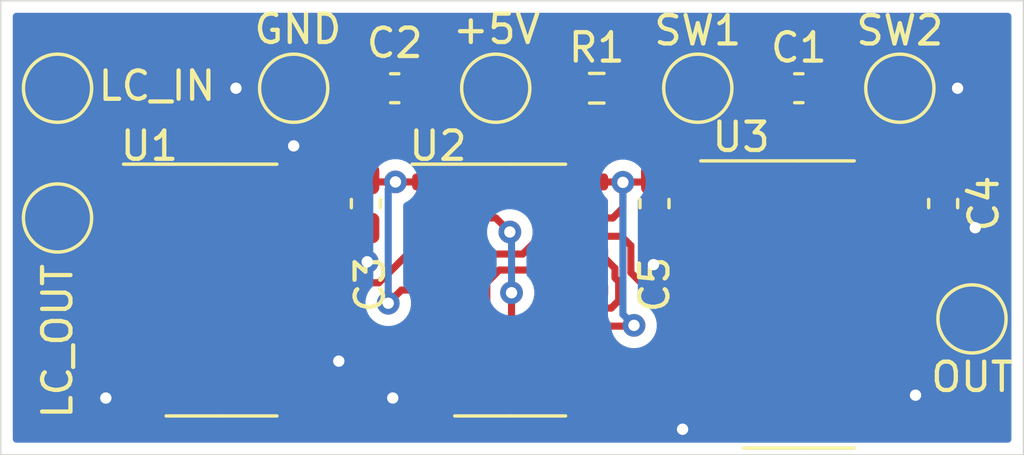
<source format=kicad_pcb>
(kicad_pcb (version 20171130) (host pcbnew "(5.1.7)-1")

  (general
    (thickness 1.6)
    (drawings 4)
    (tracks 177)
    (zones 0)
    (modules 16)
    (nets 19)
  )

  (page A4)
  (layers
    (0 F.Cu signal)
    (31 B.Cu signal)
    (32 B.Adhes user)
    (33 F.Adhes user)
    (34 B.Paste user)
    (35 F.Paste user)
    (36 B.SilkS user)
    (37 F.SilkS user)
    (38 B.Mask user)
    (39 F.Mask user)
    (40 Dwgs.User user)
    (41 Cmts.User user)
    (42 Eco1.User user)
    (43 Eco2.User user)
    (44 Edge.Cuts user)
    (45 Margin user)
    (46 B.CrtYd user)
    (47 F.CrtYd user)
    (48 B.Fab user hide)
    (49 F.Fab user hide)
  )

  (setup
    (last_trace_width 0.25)
    (trace_clearance 0.2)
    (zone_clearance 0.4)
    (zone_45_only no)
    (trace_min 0.2)
    (via_size 0.8)
    (via_drill 0.4)
    (via_min_size 0.4)
    (via_min_drill 0.3)
    (uvia_size 0.3)
    (uvia_drill 0.1)
    (uvias_allowed no)
    (uvia_min_size 0.2)
    (uvia_min_drill 0.1)
    (edge_width 0.05)
    (segment_width 0.2)
    (pcb_text_width 0.3)
    (pcb_text_size 1.5 1.5)
    (mod_edge_width 0.12)
    (mod_text_size 1 1)
    (mod_text_width 0.15)
    (pad_size 1.524 1.524)
    (pad_drill 0.762)
    (pad_to_mask_clearance 0)
    (aux_axis_origin 0 0)
    (visible_elements 7FFFFFFF)
    (pcbplotparams
      (layerselection 0x010fc_ffffffff)
      (usegerberextensions false)
      (usegerberattributes true)
      (usegerberadvancedattributes true)
      (creategerberjobfile true)
      (excludeedgelayer true)
      (linewidth 0.100000)
      (plotframeref false)
      (viasonmask false)
      (mode 1)
      (useauxorigin false)
      (hpglpennumber 1)
      (hpglpenspeed 20)
      (hpglpendiameter 15.000000)
      (psnegative false)
      (psa4output false)
      (plotreference true)
      (plotvalue true)
      (plotinvisibletext false)
      (padsonsilk false)
      (subtractmaskfromsilk false)
      (outputformat 1)
      (mirror false)
      (drillshape 1)
      (scaleselection 1)
      (outputdirectory ""))
  )

  (net 0 "")
  (net 1 GND)
  (net 2 "Net-(C1-Pad1)")
  (net 3 +5V)
  (net 4 "Net-(TP1-Pad1)")
  (net 5 "Net-(TP2-Pad1)")
  (net 6 "Net-(TP3-Pad1)")
  (net 7 "Net-(U1-Pad12)")
  (net 8 "Net-(U1-Pad10)")
  (net 9 "Net-(U1-Pad8)")
  (net 10 "Net-(U1-Pad6)")
  (net 11 "Net-(U1-Pad4)")
  (net 12 "Net-(U2-Pad12)")
  (net 13 "Net-(U2-Pad11)")
  (net 14 "Net-(U2-Pad9)")
  (net 15 "Net-(U2-Pad2)")
  (net 16 "Net-(U3-Pad12)")
  (net 17 "Net-(U3-Pad9)")
  (net 18 "Net-(U3-Pad7)")

  (net_class Default "This is the default net class."
    (clearance 0.2)
    (trace_width 0.25)
    (via_dia 0.8)
    (via_drill 0.4)
    (uvia_dia 0.3)
    (uvia_drill 0.1)
    (add_net +5V)
    (add_net GND)
    (add_net "Net-(C1-Pad1)")
    (add_net "Net-(TP1-Pad1)")
    (add_net "Net-(TP2-Pad1)")
    (add_net "Net-(TP3-Pad1)")
    (add_net "Net-(U1-Pad10)")
    (add_net "Net-(U1-Pad12)")
    (add_net "Net-(U1-Pad4)")
    (add_net "Net-(U1-Pad6)")
    (add_net "Net-(U1-Pad8)")
    (add_net "Net-(U2-Pad11)")
    (add_net "Net-(U2-Pad12)")
    (add_net "Net-(U2-Pad2)")
    (add_net "Net-(U2-Pad9)")
    (add_net "Net-(U3-Pad12)")
    (add_net "Net-(U3-Pad7)")
    (add_net "Net-(U3-Pad9)")
  )

  (module Capacitor_SMD:C_0603_1608Metric_Pad1.08x0.95mm_HandSolder (layer F.Cu) (tedit 5F68FEEF) (tstamp 604A7D1C)
    (at 96.012 104.648 270)
    (descr "Capacitor SMD 0603 (1608 Metric), square (rectangular) end terminal, IPC_7351 nominal with elongated pad for handsoldering. (Body size source: IPC-SM-782 page 76, https://www.pcb-3d.com/wordpress/wp-content/uploads/ipc-sm-782a_amendment_1_and_2.pdf), generated with kicad-footprint-generator")
    (tags "capacitor handsolder")
    (path /60582340)
    (attr smd)
    (fp_text reference C5 (at 2.852 0 90) (layer F.SilkS)
      (effects (font (size 1 1) (thickness 0.15)))
    )
    (fp_text value 100n (at 0 1.43 90) (layer F.Fab)
      (effects (font (size 1 1) (thickness 0.15)))
    )
    (fp_line (start 1.65 0.73) (end -1.65 0.73) (layer F.CrtYd) (width 0.05))
    (fp_line (start 1.65 -0.73) (end 1.65 0.73) (layer F.CrtYd) (width 0.05))
    (fp_line (start -1.65 -0.73) (end 1.65 -0.73) (layer F.CrtYd) (width 0.05))
    (fp_line (start -1.65 0.73) (end -1.65 -0.73) (layer F.CrtYd) (width 0.05))
    (fp_line (start -0.146267 0.51) (end 0.146267 0.51) (layer F.SilkS) (width 0.12))
    (fp_line (start -0.146267 -0.51) (end 0.146267 -0.51) (layer F.SilkS) (width 0.12))
    (fp_line (start 0.8 0.4) (end -0.8 0.4) (layer F.Fab) (width 0.1))
    (fp_line (start 0.8 -0.4) (end 0.8 0.4) (layer F.Fab) (width 0.1))
    (fp_line (start -0.8 -0.4) (end 0.8 -0.4) (layer F.Fab) (width 0.1))
    (fp_line (start -0.8 0.4) (end -0.8 -0.4) (layer F.Fab) (width 0.1))
    (fp_text user %R (at 0 0 90) (layer F.Fab)
      (effects (font (size 0.4 0.4) (thickness 0.06)))
    )
    (pad 2 smd roundrect (at 0.8625 0 270) (size 1.075 0.95) (layers F.Cu F.Paste F.Mask) (roundrect_rratio 0.25)
      (net 1 GND))
    (pad 1 smd roundrect (at -0.8625 0 270) (size 1.075 0.95) (layers F.Cu F.Paste F.Mask) (roundrect_rratio 0.25)
      (net 3 +5V))
    (model ${KISYS3DMOD}/Capacitor_SMD.3dshapes/C_0603_1608Metric.wrl
      (at (xyz 0 0 0))
      (scale (xyz 1 1 1))
      (rotate (xyz 0 0 0))
    )
  )

  (module Package_SO:SOIC-16_3.9x9.9mm_P1.27mm (layer F.Cu) (tedit 5D9F72B1) (tstamp 604A76ED)
    (at 101.092 108.204)
    (descr "SOIC, 16 Pin (JEDEC MS-012AC, https://www.analog.com/media/en/package-pcb-resources/package/pkg_pdf/soic_narrow-r/r_16.pdf), generated with kicad-footprint-generator ipc_gullwing_generator.py")
    (tags "SOIC SO")
    (path /604C572D)
    (attr smd)
    (fp_text reference U3 (at -2.032 -5.9) (layer F.SilkS)
      (effects (font (size 1 1) (thickness 0.15)))
    )
    (fp_text value 74LS157 (at 0 5.9) (layer F.Fab)
      (effects (font (size 1 1) (thickness 0.15)))
    )
    (fp_line (start 3.7 -5.2) (end -3.7 -5.2) (layer F.CrtYd) (width 0.05))
    (fp_line (start 3.7 5.2) (end 3.7 -5.2) (layer F.CrtYd) (width 0.05))
    (fp_line (start -3.7 5.2) (end 3.7 5.2) (layer F.CrtYd) (width 0.05))
    (fp_line (start -3.7 -5.2) (end -3.7 5.2) (layer F.CrtYd) (width 0.05))
    (fp_line (start -1.95 -3.975) (end -0.975 -4.95) (layer F.Fab) (width 0.1))
    (fp_line (start -1.95 4.95) (end -1.95 -3.975) (layer F.Fab) (width 0.1))
    (fp_line (start 1.95 4.95) (end -1.95 4.95) (layer F.Fab) (width 0.1))
    (fp_line (start 1.95 -4.95) (end 1.95 4.95) (layer F.Fab) (width 0.1))
    (fp_line (start -0.975 -4.95) (end 1.95 -4.95) (layer F.Fab) (width 0.1))
    (fp_line (start 0 -5.06) (end -3.45 -5.06) (layer F.SilkS) (width 0.12))
    (fp_line (start 0 -5.06) (end 1.95 -5.06) (layer F.SilkS) (width 0.12))
    (fp_line (start 0 5.06) (end -1.95 5.06) (layer F.SilkS) (width 0.12))
    (fp_line (start 0 5.06) (end 1.95 5.06) (layer F.SilkS) (width 0.12))
    (fp_text user %R (at 0 0) (layer F.Fab)
      (effects (font (size 0.98 0.98) (thickness 0.15)))
    )
    (pad 16 smd roundrect (at 2.475 -4.445) (size 1.95 0.6) (layers F.Cu F.Paste F.Mask) (roundrect_rratio 0.25)
      (net 3 +5V))
    (pad 15 smd roundrect (at 2.475 -3.175) (size 1.95 0.6) (layers F.Cu F.Paste F.Mask) (roundrect_rratio 0.25)
      (net 1 GND))
    (pad 14 smd roundrect (at 2.475 -1.905) (size 1.95 0.6) (layers F.Cu F.Paste F.Mask) (roundrect_rratio 0.25)
      (net 1 GND))
    (pad 13 smd roundrect (at 2.475 -0.635) (size 1.95 0.6) (layers F.Cu F.Paste F.Mask) (roundrect_rratio 0.25)
      (net 1 GND))
    (pad 12 smd roundrect (at 2.475 0.635) (size 1.95 0.6) (layers F.Cu F.Paste F.Mask) (roundrect_rratio 0.25)
      (net 16 "Net-(U3-Pad12)"))
    (pad 11 smd roundrect (at 2.475 1.905) (size 1.95 0.6) (layers F.Cu F.Paste F.Mask) (roundrect_rratio 0.25)
      (net 1 GND))
    (pad 10 smd roundrect (at 2.475 3.175) (size 1.95 0.6) (layers F.Cu F.Paste F.Mask) (roundrect_rratio 0.25)
      (net 1 GND))
    (pad 9 smd roundrect (at 2.475 4.445) (size 1.95 0.6) (layers F.Cu F.Paste F.Mask) (roundrect_rratio 0.25)
      (net 17 "Net-(U3-Pad9)"))
    (pad 8 smd roundrect (at -2.475 4.445) (size 1.95 0.6) (layers F.Cu F.Paste F.Mask) (roundrect_rratio 0.25)
      (net 1 GND))
    (pad 7 smd roundrect (at -2.475 3.175) (size 1.95 0.6) (layers F.Cu F.Paste F.Mask) (roundrect_rratio 0.25)
      (net 18 "Net-(U3-Pad7)"))
    (pad 6 smd roundrect (at -2.475 1.905) (size 1.95 0.6) (layers F.Cu F.Paste F.Mask) (roundrect_rratio 0.25)
      (net 1 GND))
    (pad 5 smd roundrect (at -2.475 0.635) (size 1.95 0.6) (layers F.Cu F.Paste F.Mask) (roundrect_rratio 0.25)
      (net 1 GND))
    (pad 4 smd roundrect (at -2.475 -0.635) (size 1.95 0.6) (layers F.Cu F.Paste F.Mask) (roundrect_rratio 0.25)
      (net 4 "Net-(TP1-Pad1)"))
    (pad 3 smd roundrect (at -2.475 -1.905) (size 1.95 0.6) (layers F.Cu F.Paste F.Mask) (roundrect_rratio 0.25)
      (net 14 "Net-(U2-Pad9)"))
    (pad 2 smd roundrect (at -2.475 -3.175) (size 1.95 0.6) (layers F.Cu F.Paste F.Mask) (roundrect_rratio 0.25)
      (net 6 "Net-(TP3-Pad1)"))
    (pad 1 smd roundrect (at -2.475 -4.445) (size 1.95 0.6) (layers F.Cu F.Paste F.Mask) (roundrect_rratio 0.25)
      (net 2 "Net-(C1-Pad1)"))
    (model ${KISYS3DMOD}/Package_SO.3dshapes/SOIC-16_3.9x9.9mm_P1.27mm.wrl
      (at (xyz 0 0 0))
      (scale (xyz 1 1 1))
      (rotate (xyz 0 0 0))
    )
  )

  (module Package_SO:SO-14_3.9x8.65mm_P1.27mm (layer F.Cu) (tedit 5F427CE7) (tstamp 604A76CB)
    (at 90.932 107.696)
    (descr "SO, 14 Pin (https://www.st.com/resource/en/datasheet/l6491.pdf), generated with kicad-footprint-generator ipc_gullwing_generator.py")
    (tags "SO SO")
    (path /604AFD10)
    (attr smd)
    (fp_text reference U2 (at -2.54 -5.08) (layer F.SilkS)
      (effects (font (size 1 1) (thickness 0.15)))
    )
    (fp_text value 74HC74 (at 0 5.28) (layer F.Fab)
      (effects (font (size 1 1) (thickness 0.15)))
    )
    (fp_line (start 3.7 -4.58) (end -3.7 -4.58) (layer F.CrtYd) (width 0.05))
    (fp_line (start 3.7 4.58) (end 3.7 -4.58) (layer F.CrtYd) (width 0.05))
    (fp_line (start -3.7 4.58) (end 3.7 4.58) (layer F.CrtYd) (width 0.05))
    (fp_line (start -3.7 -4.58) (end -3.7 4.58) (layer F.CrtYd) (width 0.05))
    (fp_line (start -1.95 -3.35) (end -0.975 -4.325) (layer F.Fab) (width 0.1))
    (fp_line (start -1.95 4.325) (end -1.95 -3.35) (layer F.Fab) (width 0.1))
    (fp_line (start 1.95 4.325) (end -1.95 4.325) (layer F.Fab) (width 0.1))
    (fp_line (start 1.95 -4.325) (end 1.95 4.325) (layer F.Fab) (width 0.1))
    (fp_line (start -0.975 -4.325) (end 1.95 -4.325) (layer F.Fab) (width 0.1))
    (fp_line (start 0 -4.435) (end -3.45 -4.435) (layer F.SilkS) (width 0.12))
    (fp_line (start 0 -4.435) (end 1.95 -4.435) (layer F.SilkS) (width 0.12))
    (fp_line (start 0 4.435) (end -1.95 4.435) (layer F.SilkS) (width 0.12))
    (fp_line (start 0 4.435) (end 1.95 4.435) (layer F.SilkS) (width 0.12))
    (fp_text user %R (at 0 0) (layer F.Fab)
      (effects (font (size 0.98 0.98) (thickness 0.15)))
    )
    (pad 14 smd roundrect (at 2.475 -3.81) (size 1.95 0.6) (layers F.Cu F.Paste F.Mask) (roundrect_rratio 0.25)
      (net 3 +5V))
    (pad 13 smd roundrect (at 2.475 -2.54) (size 1.95 0.6) (layers F.Cu F.Paste F.Mask) (roundrect_rratio 0.25)
      (net 3 +5V))
    (pad 12 smd roundrect (at 2.475 -1.27) (size 1.95 0.6) (layers F.Cu F.Paste F.Mask) (roundrect_rratio 0.25)
      (net 12 "Net-(U2-Pad12)"))
    (pad 11 smd roundrect (at 2.475 0) (size 1.95 0.6) (layers F.Cu F.Paste F.Mask) (roundrect_rratio 0.25)
      (net 13 "Net-(U2-Pad11)"))
    (pad 10 smd roundrect (at 2.475 1.27) (size 1.95 0.6) (layers F.Cu F.Paste F.Mask) (roundrect_rratio 0.25)
      (net 3 +5V))
    (pad 9 smd roundrect (at 2.475 2.54) (size 1.95 0.6) (layers F.Cu F.Paste F.Mask) (roundrect_rratio 0.25)
      (net 14 "Net-(U2-Pad9)"))
    (pad 8 smd roundrect (at 2.475 3.81) (size 1.95 0.6) (layers F.Cu F.Paste F.Mask) (roundrect_rratio 0.25)
      (net 12 "Net-(U2-Pad12)"))
    (pad 7 smd roundrect (at -2.475 3.81) (size 1.95 0.6) (layers F.Cu F.Paste F.Mask) (roundrect_rratio 0.25)
      (net 1 GND))
    (pad 6 smd roundrect (at -2.475 2.54) (size 1.95 0.6) (layers F.Cu F.Paste F.Mask) (roundrect_rratio 0.25)
      (net 15 "Net-(U2-Pad2)"))
    (pad 5 smd roundrect (at -2.475 1.27) (size 1.95 0.6) (layers F.Cu F.Paste F.Mask) (roundrect_rratio 0.25)
      (net 13 "Net-(U2-Pad11)"))
    (pad 4 smd roundrect (at -2.475 0) (size 1.95 0.6) (layers F.Cu F.Paste F.Mask) (roundrect_rratio 0.25)
      (net 3 +5V))
    (pad 3 smd roundrect (at -2.475 -1.27) (size 1.95 0.6) (layers F.Cu F.Paste F.Mask) (roundrect_rratio 0.25)
      (net 6 "Net-(TP3-Pad1)"))
    (pad 2 smd roundrect (at -2.475 -2.54) (size 1.95 0.6) (layers F.Cu F.Paste F.Mask) (roundrect_rratio 0.25)
      (net 15 "Net-(U2-Pad2)"))
    (pad 1 smd roundrect (at -2.475 -3.81) (size 1.95 0.6) (layers F.Cu F.Paste F.Mask) (roundrect_rratio 0.25)
      (net 3 +5V))
    (model ${KISYS3DMOD}/Package_SO.3dshapes/SOIC-14_3.9x8.7mm_P1.27mm.wrl
      (at (xyz 0 0 0))
      (scale (xyz 1 1 1))
      (rotate (xyz 0 0 0))
    )
  )

  (module Package_SO:SO-14_3.9x8.65mm_P1.27mm (layer F.Cu) (tedit 5F427CE7) (tstamp 604A782D)
    (at 80.772 107.696)
    (descr "SO, 14 Pin (https://www.st.com/resource/en/datasheet/l6491.pdf), generated with kicad-footprint-generator ipc_gullwing_generator.py")
    (tags "SO SO")
    (path /604A98CC)
    (attr smd)
    (fp_text reference U1 (at -2.54 -5.08) (layer F.SilkS)
      (effects (font (size 1 1) (thickness 0.15)))
    )
    (fp_text value 4069 (at 0 5.28) (layer F.Fab)
      (effects (font (size 1 1) (thickness 0.15)))
    )
    (fp_line (start 3.7 -4.58) (end -3.7 -4.58) (layer F.CrtYd) (width 0.05))
    (fp_line (start 3.7 4.58) (end 3.7 -4.58) (layer F.CrtYd) (width 0.05))
    (fp_line (start -3.7 4.58) (end 3.7 4.58) (layer F.CrtYd) (width 0.05))
    (fp_line (start -3.7 -4.58) (end -3.7 4.58) (layer F.CrtYd) (width 0.05))
    (fp_line (start -1.95 -3.35) (end -0.975 -4.325) (layer F.Fab) (width 0.1))
    (fp_line (start -1.95 4.325) (end -1.95 -3.35) (layer F.Fab) (width 0.1))
    (fp_line (start 1.95 4.325) (end -1.95 4.325) (layer F.Fab) (width 0.1))
    (fp_line (start 1.95 -4.325) (end 1.95 4.325) (layer F.Fab) (width 0.1))
    (fp_line (start -0.975 -4.325) (end 1.95 -4.325) (layer F.Fab) (width 0.1))
    (fp_line (start 0 -4.435) (end -3.45 -4.435) (layer F.SilkS) (width 0.12))
    (fp_line (start 0 -4.435) (end 1.95 -4.435) (layer F.SilkS) (width 0.12))
    (fp_line (start 0 4.435) (end -1.95 4.435) (layer F.SilkS) (width 0.12))
    (fp_line (start 0 4.435) (end 1.95 4.435) (layer F.SilkS) (width 0.12))
    (fp_text user %R (at 0 0) (layer F.Fab)
      (effects (font (size 0.98 0.98) (thickness 0.15)))
    )
    (pad 14 smd roundrect (at 2.475 -3.81) (size 1.95 0.6) (layers F.Cu F.Paste F.Mask) (roundrect_rratio 0.25)
      (net 3 +5V))
    (pad 13 smd roundrect (at 2.475 -2.54) (size 1.95 0.6) (layers F.Cu F.Paste F.Mask) (roundrect_rratio 0.25)
      (net 1 GND))
    (pad 12 smd roundrect (at 2.475 -1.27) (size 1.95 0.6) (layers F.Cu F.Paste F.Mask) (roundrect_rratio 0.25)
      (net 7 "Net-(U1-Pad12)"))
    (pad 11 smd roundrect (at 2.475 0) (size 1.95 0.6) (layers F.Cu F.Paste F.Mask) (roundrect_rratio 0.25)
      (net 1 GND))
    (pad 10 smd roundrect (at 2.475 1.27) (size 1.95 0.6) (layers F.Cu F.Paste F.Mask) (roundrect_rratio 0.25)
      (net 8 "Net-(U1-Pad10)"))
    (pad 9 smd roundrect (at 2.475 2.54) (size 1.95 0.6) (layers F.Cu F.Paste F.Mask) (roundrect_rratio 0.25)
      (net 1 GND))
    (pad 8 smd roundrect (at 2.475 3.81) (size 1.95 0.6) (layers F.Cu F.Paste F.Mask) (roundrect_rratio 0.25)
      (net 9 "Net-(U1-Pad8)"))
    (pad 7 smd roundrect (at -2.475 3.81) (size 1.95 0.6) (layers F.Cu F.Paste F.Mask) (roundrect_rratio 0.25)
      (net 1 GND))
    (pad 6 smd roundrect (at -2.475 2.54) (size 1.95 0.6) (layers F.Cu F.Paste F.Mask) (roundrect_rratio 0.25)
      (net 10 "Net-(U1-Pad6)"))
    (pad 5 smd roundrect (at -2.475 1.27) (size 1.95 0.6) (layers F.Cu F.Paste F.Mask) (roundrect_rratio 0.25)
      (net 1 GND))
    (pad 4 smd roundrect (at -2.475 0) (size 1.95 0.6) (layers F.Cu F.Paste F.Mask) (roundrect_rratio 0.25)
      (net 11 "Net-(U1-Pad4)"))
    (pad 3 smd roundrect (at -2.475 -1.27) (size 1.95 0.6) (layers F.Cu F.Paste F.Mask) (roundrect_rratio 0.25)
      (net 1 GND))
    (pad 2 smd roundrect (at -2.475 -2.54) (size 1.95 0.6) (layers F.Cu F.Paste F.Mask) (roundrect_rratio 0.25)
      (net 6 "Net-(TP3-Pad1)"))
    (pad 1 smd roundrect (at -2.475 -3.81) (size 1.95 0.6) (layers F.Cu F.Paste F.Mask) (roundrect_rratio 0.25)
      (net 5 "Net-(TP2-Pad1)"))
    (model ${KISYS3DMOD}/Package_SO.3dshapes/SOIC-14_3.9x8.7mm_P1.27mm.wrl
      (at (xyz 0 0 0))
      (scale (xyz 1 1 1))
      (rotate (xyz 0 0 0))
    )
  )

  (module TestPoint:TestPoint_Pad_D2.0mm (layer F.Cu) (tedit 5A0F774F) (tstamp 604A8447)
    (at 83.312 100.584 270)
    (descr "SMD pad as test Point, diameter 2.0mm")
    (tags "test point SMD pad")
    (path /605294ED)
    (attr virtual)
    (fp_text reference TP7 (at 0 -1.998 90) (layer F.SilkS) hide
      (effects (font (size 1 1) (thickness 0.15)))
    )
    (fp_text value GND (at -2.084 -0.148) (layer F.SilkS)
      (effects (font (size 1 1) (thickness 0.15)))
    )
    (fp_circle (center 0 0) (end 0 1.2) (layer F.SilkS) (width 0.12))
    (fp_circle (center 0 0) (end 1.5 0) (layer F.CrtYd) (width 0.05))
    (fp_text user %R (at 0 -2 90) (layer F.Fab)
      (effects (font (size 1 1) (thickness 0.15)))
    )
    (pad 1 smd circle (at 0 0 270) (size 2 2) (layers F.Cu F.Mask)
      (net 1 GND))
  )

  (module TestPoint:TestPoint_Pad_D2.0mm (layer F.Cu) (tedit 5A0F774F) (tstamp 604A8305)
    (at 90.424 100.584 270)
    (descr "SMD pad as test Point, diameter 2.0mm")
    (tags "test point SMD pad")
    (path /605294E7)
    (attr virtual)
    (fp_text reference TP6 (at 0 -1.998 90) (layer F.SilkS) hide
      (effects (font (size 1 1) (thickness 0.15)))
    )
    (fp_text value +5V (at -2.084 -0.028) (layer F.SilkS)
      (effects (font (size 1 1) (thickness 0.15)))
    )
    (fp_circle (center 0 0) (end 0 1.2) (layer F.SilkS) (width 0.12))
    (fp_circle (center 0 0) (end 1.5 0) (layer F.CrtYd) (width 0.05))
    (fp_text user %R (at 0 -2 90) (layer F.Fab)
      (effects (font (size 1 1) (thickness 0.15)))
    )
    (pad 1 smd circle (at 0 0 270) (size 2 2) (layers F.Cu F.Mask)
      (net 3 +5V))
  )

  (module TestPoint:TestPoint_Pad_D2.0mm (layer F.Cu) (tedit 5A0F774F) (tstamp 604A767B)
    (at 104.648 100.584)
    (descr "SMD pad as test Point, diameter 2.0mm")
    (tags "test point SMD pad")
    (path /60501DB9)
    (attr virtual)
    (fp_text reference TP5 (at 0 -1.998) (layer F.SilkS) hide
      (effects (font (size 1 1) (thickness 0.15)))
    )
    (fp_text value SW2 (at 0 -2.032) (layer F.SilkS)
      (effects (font (size 1 1) (thickness 0.15)))
    )
    (fp_circle (center 0 0) (end 0 1.2) (layer F.SilkS) (width 0.12))
    (fp_circle (center 0 0) (end 1.5 0) (layer F.CrtYd) (width 0.05))
    (fp_text user %R (at 0 -2) (layer F.Fab)
      (effects (font (size 1 1) (thickness 0.15)))
    )
    (pad 1 smd circle (at 0 0) (size 2 2) (layers F.Cu F.Mask)
      (net 1 GND))
  )

  (module TestPoint:TestPoint_Pad_D2.0mm (layer F.Cu) (tedit 5A0F774F) (tstamp 604A9AC2)
    (at 97.536 100.584)
    (descr "SMD pad as test Point, diameter 2.0mm")
    (tags "test point SMD pad")
    (path /605011B0)
    (attr virtual)
    (fp_text reference TP4 (at 0 -1.998) (layer F.SilkS) hide
      (effects (font (size 1 1) (thickness 0.15)))
    )
    (fp_text value SW1 (at 0 -2.032) (layer F.SilkS)
      (effects (font (size 1 1) (thickness 0.15)))
    )
    (fp_circle (center 0 0) (end 0 1.2) (layer F.SilkS) (width 0.12))
    (fp_circle (center 0 0) (end 1.5 0) (layer F.CrtYd) (width 0.05))
    (fp_text user %R (at 0 -2) (layer F.Fab)
      (effects (font (size 1 1) (thickness 0.15)))
    )
    (pad 1 smd circle (at 0 0) (size 2 2) (layers F.Cu F.Mask)
      (net 2 "Net-(C1-Pad1)"))
  )

  (module TestPoint:TestPoint_Pad_D2.0mm (layer F.Cu) (tedit 5A0F774F) (tstamp 604A766B)
    (at 75 105.156)
    (descr "SMD pad as test Point, diameter 2.0mm")
    (tags "test point SMD pad")
    (path /604F519C)
    (attr virtual)
    (fp_text reference TP3 (at 0 -1.998) (layer F.SilkS) hide
      (effects (font (size 1 1) (thickness 0.15)))
    )
    (fp_text value LC_OUT (at 0 4.344 90) (layer F.SilkS)
      (effects (font (size 1 1) (thickness 0.15)))
    )
    (fp_circle (center 0 0) (end 0 1.2) (layer F.SilkS) (width 0.12))
    (fp_circle (center 0 0) (end 1.5 0) (layer F.CrtYd) (width 0.05))
    (fp_text user %R (at 0 -2) (layer F.Fab)
      (effects (font (size 1 1) (thickness 0.15)))
    )
    (pad 1 smd circle (at 0 0) (size 2 2) (layers F.Cu F.Mask)
      (net 6 "Net-(TP3-Pad1)"))
  )

  (module TestPoint:TestPoint_Pad_D2.0mm (layer F.Cu) (tedit 5A0F774F) (tstamp 604A7663)
    (at 75 100.584)
    (descr "SMD pad as test Point, diameter 2.0mm")
    (tags "test point SMD pad")
    (path /604F41C3)
    (attr virtual)
    (fp_text reference TP2 (at 0 -1.998) (layer F.SilkS) hide
      (effects (font (size 1 1) (thickness 0.15)))
    )
    (fp_text value LC_IN (at 3.5 -0.084) (layer F.SilkS)
      (effects (font (size 1 1) (thickness 0.15)))
    )
    (fp_circle (center 0 0) (end 0 1.2) (layer F.SilkS) (width 0.12))
    (fp_circle (center 0 0) (end 1.5 0) (layer F.CrtYd) (width 0.05))
    (fp_text user %R (at 0 -2) (layer F.Fab)
      (effects (font (size 1 1) (thickness 0.15)))
    )
    (pad 1 smd circle (at 0 0) (size 2 2) (layers F.Cu F.Mask)
      (net 5 "Net-(TP2-Pad1)"))
  )

  (module TestPoint:TestPoint_Pad_D2.0mm (layer F.Cu) (tedit 5A0F774F) (tstamp 604A765B)
    (at 107.188 108.712)
    (descr "SMD pad as test Point, diameter 2.0mm")
    (tags "test point SMD pad")
    (path /604F8CEF)
    (attr virtual)
    (fp_text reference TP1 (at 0 -1.998) (layer F.SilkS) hide
      (effects (font (size 1 1) (thickness 0.15)))
    )
    (fp_text value OUT (at 0 2.05) (layer F.SilkS)
      (effects (font (size 1 1) (thickness 0.15)))
    )
    (fp_circle (center 0 0) (end 0 1.2) (layer F.SilkS) (width 0.12))
    (fp_circle (center 0 0) (end 1.5 0) (layer F.CrtYd) (width 0.05))
    (fp_text user %R (at 0 -2) (layer F.Fab)
      (effects (font (size 1 1) (thickness 0.15)))
    )
    (pad 1 smd circle (at 0 0) (size 2 2) (layers F.Cu F.Mask)
      (net 4 "Net-(TP1-Pad1)"))
  )

  (module Resistor_SMD:R_0603_1608Metric_Pad0.98x0.95mm_HandSolder (layer F.Cu) (tedit 5F68FEEE) (tstamp 604A81D8)
    (at 93.98 100.584)
    (descr "Resistor SMD 0603 (1608 Metric), square (rectangular) end terminal, IPC_7351 nominal with elongated pad for handsoldering. (Body size source: IPC-SM-782 page 72, https://www.pcb-3d.com/wordpress/wp-content/uploads/ipc-sm-782a_amendment_1_and_2.pdf), generated with kicad-footprint-generator")
    (tags "resistor handsolder")
    (path /60513475)
    (attr smd)
    (fp_text reference R1 (at 0 -1.43) (layer F.SilkS)
      (effects (font (size 1 1) (thickness 0.15)))
    )
    (fp_text value R (at 0 1.43) (layer F.Fab)
      (effects (font (size 1 1) (thickness 0.15)))
    )
    (fp_line (start 1.65 0.73) (end -1.65 0.73) (layer F.CrtYd) (width 0.05))
    (fp_line (start 1.65 -0.73) (end 1.65 0.73) (layer F.CrtYd) (width 0.05))
    (fp_line (start -1.65 -0.73) (end 1.65 -0.73) (layer F.CrtYd) (width 0.05))
    (fp_line (start -1.65 0.73) (end -1.65 -0.73) (layer F.CrtYd) (width 0.05))
    (fp_line (start -0.254724 0.5225) (end 0.254724 0.5225) (layer F.SilkS) (width 0.12))
    (fp_line (start -0.254724 -0.5225) (end 0.254724 -0.5225) (layer F.SilkS) (width 0.12))
    (fp_line (start 0.8 0.4125) (end -0.8 0.4125) (layer F.Fab) (width 0.1))
    (fp_line (start 0.8 -0.4125) (end 0.8 0.4125) (layer F.Fab) (width 0.1))
    (fp_line (start -0.8 -0.4125) (end 0.8 -0.4125) (layer F.Fab) (width 0.1))
    (fp_line (start -0.8 0.4125) (end -0.8 -0.4125) (layer F.Fab) (width 0.1))
    (fp_text user %R (at 0 0) (layer F.Fab)
      (effects (font (size 0.4 0.4) (thickness 0.06)))
    )
    (pad 2 smd roundrect (at 0.9125 0) (size 0.975 0.95) (layers F.Cu F.Paste F.Mask) (roundrect_rratio 0.25)
      (net 2 "Net-(C1-Pad1)"))
    (pad 1 smd roundrect (at -0.9125 0) (size 0.975 0.95) (layers F.Cu F.Paste F.Mask) (roundrect_rratio 0.25)
      (net 3 +5V))
    (model ${KISYS3DMOD}/Resistor_SMD.3dshapes/R_0603_1608Metric.wrl
      (at (xyz 0 0 0))
      (scale (xyz 1 1 1))
      (rotate (xyz 0 0 0))
    )
  )

  (module Capacitor_SMD:C_0603_1608Metric_Pad1.08x0.95mm_HandSolder (layer F.Cu) (tedit 5F68FEEF) (tstamp 604A7642)
    (at 106.172 104.648 270)
    (descr "Capacitor SMD 0603 (1608 Metric), square (rectangular) end terminal, IPC_7351 nominal with elongated pad for handsoldering. (Body size source: IPC-SM-782 page 76, https://www.pcb-3d.com/wordpress/wp-content/uploads/ipc-sm-782a_amendment_1_and_2.pdf), generated with kicad-footprint-generator")
    (tags "capacitor handsolder")
    (path /604D9593)
    (attr smd)
    (fp_text reference C4 (at 0 -1.43 90) (layer F.SilkS)
      (effects (font (size 1 1) (thickness 0.15)))
    )
    (fp_text value 100n (at 0 1.43 90) (layer F.Fab)
      (effects (font (size 1 1) (thickness 0.15)))
    )
    (fp_line (start 1.65 0.73) (end -1.65 0.73) (layer F.CrtYd) (width 0.05))
    (fp_line (start 1.65 -0.73) (end 1.65 0.73) (layer F.CrtYd) (width 0.05))
    (fp_line (start -1.65 -0.73) (end 1.65 -0.73) (layer F.CrtYd) (width 0.05))
    (fp_line (start -1.65 0.73) (end -1.65 -0.73) (layer F.CrtYd) (width 0.05))
    (fp_line (start -0.146267 0.51) (end 0.146267 0.51) (layer F.SilkS) (width 0.12))
    (fp_line (start -0.146267 -0.51) (end 0.146267 -0.51) (layer F.SilkS) (width 0.12))
    (fp_line (start 0.8 0.4) (end -0.8 0.4) (layer F.Fab) (width 0.1))
    (fp_line (start 0.8 -0.4) (end 0.8 0.4) (layer F.Fab) (width 0.1))
    (fp_line (start -0.8 -0.4) (end 0.8 -0.4) (layer F.Fab) (width 0.1))
    (fp_line (start -0.8 0.4) (end -0.8 -0.4) (layer F.Fab) (width 0.1))
    (fp_text user %R (at 0 0 90) (layer F.Fab)
      (effects (font (size 0.4 0.4) (thickness 0.06)))
    )
    (pad 2 smd roundrect (at 0.8625 0 270) (size 1.075 0.95) (layers F.Cu F.Paste F.Mask) (roundrect_rratio 0.25)
      (net 1 GND))
    (pad 1 smd roundrect (at -0.8625 0 270) (size 1.075 0.95) (layers F.Cu F.Paste F.Mask) (roundrect_rratio 0.25)
      (net 3 +5V))
    (model ${KISYS3DMOD}/Capacitor_SMD.3dshapes/C_0603_1608Metric.wrl
      (at (xyz 0 0 0))
      (scale (xyz 1 1 1))
      (rotate (xyz 0 0 0))
    )
  )

  (module Capacitor_SMD:C_0603_1608Metric_Pad1.08x0.95mm_HandSolder (layer F.Cu) (tedit 5F68FEEF) (tstamp 604A7631)
    (at 85.852 104.648 270)
    (descr "Capacitor SMD 0603 (1608 Metric), square (rectangular) end terminal, IPC_7351 nominal with elongated pad for handsoldering. (Body size source: IPC-SM-782 page 76, https://www.pcb-3d.com/wordpress/wp-content/uploads/ipc-sm-782a_amendment_1_and_2.pdf), generated with kicad-footprint-generator")
    (tags "capacitor handsolder")
    (path /604D8F2E)
    (attr smd)
    (fp_text reference C3 (at 2.852 -0.148 90) (layer F.SilkS)
      (effects (font (size 1 1) (thickness 0.15)))
    )
    (fp_text value 100n (at 0 1.43 90) (layer F.Fab)
      (effects (font (size 1 1) (thickness 0.15)))
    )
    (fp_line (start 1.65 0.73) (end -1.65 0.73) (layer F.CrtYd) (width 0.05))
    (fp_line (start 1.65 -0.73) (end 1.65 0.73) (layer F.CrtYd) (width 0.05))
    (fp_line (start -1.65 -0.73) (end 1.65 -0.73) (layer F.CrtYd) (width 0.05))
    (fp_line (start -1.65 0.73) (end -1.65 -0.73) (layer F.CrtYd) (width 0.05))
    (fp_line (start -0.146267 0.51) (end 0.146267 0.51) (layer F.SilkS) (width 0.12))
    (fp_line (start -0.146267 -0.51) (end 0.146267 -0.51) (layer F.SilkS) (width 0.12))
    (fp_line (start 0.8 0.4) (end -0.8 0.4) (layer F.Fab) (width 0.1))
    (fp_line (start 0.8 -0.4) (end 0.8 0.4) (layer F.Fab) (width 0.1))
    (fp_line (start -0.8 -0.4) (end 0.8 -0.4) (layer F.Fab) (width 0.1))
    (fp_line (start -0.8 0.4) (end -0.8 -0.4) (layer F.Fab) (width 0.1))
    (fp_text user %R (at 0 0 90) (layer F.Fab)
      (effects (font (size 0.4 0.4) (thickness 0.06)))
    )
    (pad 2 smd roundrect (at 0.8625 0 270) (size 1.075 0.95) (layers F.Cu F.Paste F.Mask) (roundrect_rratio 0.25)
      (net 1 GND))
    (pad 1 smd roundrect (at -0.8625 0 270) (size 1.075 0.95) (layers F.Cu F.Paste F.Mask) (roundrect_rratio 0.25)
      (net 3 +5V))
    (model ${KISYS3DMOD}/Capacitor_SMD.3dshapes/C_0603_1608Metric.wrl
      (at (xyz 0 0 0))
      (scale (xyz 1 1 1))
      (rotate (xyz 0 0 0))
    )
  )

  (module Capacitor_SMD:C_0603_1608Metric_Pad1.08x0.95mm_HandSolder (layer F.Cu) (tedit 5F68FEEF) (tstamp 604A86B1)
    (at 86.868 100.584 180)
    (descr "Capacitor SMD 0603 (1608 Metric), square (rectangular) end terminal, IPC_7351 nominal with elongated pad for handsoldering. (Body size source: IPC-SM-782 page 76, https://www.pcb-3d.com/wordpress/wp-content/uploads/ipc-sm-782a_amendment_1_and_2.pdf), generated with kicad-footprint-generator")
    (tags "capacitor handsolder")
    (path /6052950B)
    (attr smd)
    (fp_text reference C2 (at 0 1.592) (layer F.SilkS)
      (effects (font (size 1 1) (thickness 0.15)))
    )
    (fp_text value 100n (at 0 1.43) (layer F.Fab)
      (effects (font (size 1 1) (thickness 0.15)))
    )
    (fp_line (start 1.65 0.73) (end -1.65 0.73) (layer F.CrtYd) (width 0.05))
    (fp_line (start 1.65 -0.73) (end 1.65 0.73) (layer F.CrtYd) (width 0.05))
    (fp_line (start -1.65 -0.73) (end 1.65 -0.73) (layer F.CrtYd) (width 0.05))
    (fp_line (start -1.65 0.73) (end -1.65 -0.73) (layer F.CrtYd) (width 0.05))
    (fp_line (start -0.146267 0.51) (end 0.146267 0.51) (layer F.SilkS) (width 0.12))
    (fp_line (start -0.146267 -0.51) (end 0.146267 -0.51) (layer F.SilkS) (width 0.12))
    (fp_line (start 0.8 0.4) (end -0.8 0.4) (layer F.Fab) (width 0.1))
    (fp_line (start 0.8 -0.4) (end 0.8 0.4) (layer F.Fab) (width 0.1))
    (fp_line (start -0.8 -0.4) (end 0.8 -0.4) (layer F.Fab) (width 0.1))
    (fp_line (start -0.8 0.4) (end -0.8 -0.4) (layer F.Fab) (width 0.1))
    (fp_text user %R (at 0 0) (layer F.Fab)
      (effects (font (size 0.4 0.4) (thickness 0.06)))
    )
    (pad 2 smd roundrect (at 0.8625 0 180) (size 1.075 0.95) (layers F.Cu F.Paste F.Mask) (roundrect_rratio 0.25)
      (net 1 GND))
    (pad 1 smd roundrect (at -0.8625 0 180) (size 1.075 0.95) (layers F.Cu F.Paste F.Mask) (roundrect_rratio 0.25)
      (net 3 +5V))
    (model ${KISYS3DMOD}/Capacitor_SMD.3dshapes/C_0603_1608Metric.wrl
      (at (xyz 0 0 0))
      (scale (xyz 1 1 1))
      (rotate (xyz 0 0 0))
    )
  )

  (module Capacitor_SMD:C_0603_1608Metric_Pad1.08x0.95mm_HandSolder (layer F.Cu) (tedit 5F68FEEF) (tstamp 604A8537)
    (at 101.092 100.584)
    (descr "Capacitor SMD 0603 (1608 Metric), square (rectangular) end terminal, IPC_7351 nominal with elongated pad for handsoldering. (Body size source: IPC-SM-782 page 76, https://www.pcb-3d.com/wordpress/wp-content/uploads/ipc-sm-782a_amendment_1_and_2.pdf), generated with kicad-footprint-generator")
    (tags "capacitor handsolder")
    (path /60519FBF)
    (attr smd)
    (fp_text reference C1 (at 0 -1.43) (layer F.SilkS)
      (effects (font (size 1 1) (thickness 0.15)))
    )
    (fp_text value 100n (at 0 1.43) (layer F.Fab)
      (effects (font (size 1 1) (thickness 0.15)))
    )
    (fp_line (start 1.65 0.73) (end -1.65 0.73) (layer F.CrtYd) (width 0.05))
    (fp_line (start 1.65 -0.73) (end 1.65 0.73) (layer F.CrtYd) (width 0.05))
    (fp_line (start -1.65 -0.73) (end 1.65 -0.73) (layer F.CrtYd) (width 0.05))
    (fp_line (start -1.65 0.73) (end -1.65 -0.73) (layer F.CrtYd) (width 0.05))
    (fp_line (start -0.146267 0.51) (end 0.146267 0.51) (layer F.SilkS) (width 0.12))
    (fp_line (start -0.146267 -0.51) (end 0.146267 -0.51) (layer F.SilkS) (width 0.12))
    (fp_line (start 0.8 0.4) (end -0.8 0.4) (layer F.Fab) (width 0.1))
    (fp_line (start 0.8 -0.4) (end 0.8 0.4) (layer F.Fab) (width 0.1))
    (fp_line (start -0.8 -0.4) (end 0.8 -0.4) (layer F.Fab) (width 0.1))
    (fp_line (start -0.8 0.4) (end -0.8 -0.4) (layer F.Fab) (width 0.1))
    (fp_text user %R (at 0 0) (layer F.Fab)
      (effects (font (size 0.4 0.4) (thickness 0.06)))
    )
    (pad 2 smd roundrect (at 0.8625 0) (size 1.075 0.95) (layers F.Cu F.Paste F.Mask) (roundrect_rratio 0.25)
      (net 1 GND))
    (pad 1 smd roundrect (at -0.8625 0) (size 1.075 0.95) (layers F.Cu F.Paste F.Mask) (roundrect_rratio 0.25)
      (net 2 "Net-(C1-Pad1)"))
    (model ${KISYS3DMOD}/Capacitor_SMD.3dshapes/C_0603_1608Metric.wrl
      (at (xyz 0 0 0))
      (scale (xyz 1 1 1))
      (rotate (xyz 0 0 0))
    )
  )

  (gr_line (start 109 97.5) (end 73 97.5) (layer Edge.Cuts) (width 0.05) (tstamp 604A8366))
  (gr_line (start 109 113.5) (end 109 97.5) (layer Edge.Cuts) (width 0.05) (tstamp 604A8385))
  (gr_line (start 73 113.5) (end 109 113.5) (layer Edge.Cuts) (width 0.05))
  (gr_line (start 73 97.5) (end 73 113.5) (layer Edge.Cuts) (width 0.05))

  (via (at 81.28 100.584) (size 0.8) (drill 0.4) (layers F.Cu B.Cu) (net 1))
  (segment (start 83.312 100.584) (end 81.28 100.584) (width 0.25) (layer F.Cu) (net 1))
  (via (at 83.312 102.616) (size 0.8) (drill 0.4) (layers F.Cu B.Cu) (net 1))
  (segment (start 83.312 100.584) (end 83.312 102.616) (width 0.25) (layer F.Cu) (net 1))
  (segment (start 86.0055 100.584) (end 83.312 100.584) (width 0.25) (layer F.Cu) (net 1))
  (segment (start 101.9545 100.584) (end 104.648 100.584) (width 0.25) (layer F.Cu) (net 1))
  (via (at 106.68 100.584) (size 0.8) (drill 0.4) (layers F.Cu B.Cu) (net 1))
  (segment (start 104.648 100.584) (end 106.68 100.584) (width 0.25) (layer F.Cu) (net 1))
  (segment (start 105.6905 105.029) (end 106.172 105.5105) (width 0.25) (layer F.Cu) (net 1))
  (segment (start 103.567 105.029) (end 105.6905 105.029) (width 0.25) (layer F.Cu) (net 1))
  (segment (start 105.3835 106.299) (end 106.172 105.5105) (width 0.25) (layer F.Cu) (net 1))
  (segment (start 103.567 106.299) (end 105.3835 106.299) (width 0.25) (layer F.Cu) (net 1))
  (segment (start 103.567 107.569) (end 105.029 107.569) (width 0.25) (layer F.Cu) (net 1))
  (segment (start 105.3835 107.2145) (end 105.3835 106.299) (width 0.25) (layer F.Cu) (net 1))
  (segment (start 105.029 107.569) (end 105.3835 107.2145) (width 0.25) (layer F.Cu) (net 1))
  (via (at 107.3 105.5) (size 0.8) (drill 0.4) (layers F.Cu B.Cu) (net 1))
  (segment (start 107.2895 105.5105) (end 107.3 105.5) (width 0.25) (layer F.Cu) (net 1))
  (segment (start 106.172 105.5105) (end 107.2895 105.5105) (width 0.25) (layer F.Cu) (net 1))
  (segment (start 97.391 110.109) (end 98.617 110.109) (width 0.25) (layer F.Cu) (net 1))
  (segment (start 97.391 110.109) (end 97 109.718) (width 0.25) (layer F.Cu) (net 1))
  (segment (start 97 109.718) (end 97 109.1) (width 0.25) (layer F.Cu) (net 1))
  (segment (start 97.261 108.839) (end 98.617 108.839) (width 0.25) (layer F.Cu) (net 1))
  (segment (start 97 109.1) (end 97.261 108.839) (width 0.25) (layer F.Cu) (net 1))
  (segment (start 96.012 105.5105) (end 96.012 106.76299) (width 0.25) (layer F.Cu) (net 1))
  (via (at 95.97499 106.8) (size 0.8) (drill 0.4) (layers F.Cu B.Cu) (net 1))
  (segment (start 96.012 106.76299) (end 95.97499 106.8) (width 0.25) (layer F.Cu) (net 1))
  (via (at 97 112.6) (size 0.8) (drill 0.4) (layers F.Cu B.Cu) (net 1))
  (segment (start 97.049 112.649) (end 97 112.6) (width 0.25) (layer F.Cu) (net 1))
  (segment (start 98.617 112.649) (end 97.049 112.649) (width 0.25) (layer F.Cu) (net 1))
  (segment (start 97 110.5) (end 97 112.6) (width 0.25) (layer F.Cu) (net 1))
  (segment (start 97.391 110.109) (end 97 110.5) (width 0.25) (layer F.Cu) (net 1))
  (via (at 86.8 111.5) (size 0.8) (drill 0.4) (layers F.Cu B.Cu) (net 1))
  (segment (start 86.806 111.506) (end 86.8 111.5) (width 0.25) (layer F.Cu) (net 1))
  (segment (start 88.457 111.506) (end 86.806 111.506) (width 0.25) (layer F.Cu) (net 1))
  (via (at 76.7 111.5) (size 0.8) (drill 0.4) (layers F.Cu B.Cu) (net 1))
  (segment (start 76.706 111.506) (end 76.7 111.5) (width 0.25) (layer F.Cu) (net 1))
  (segment (start 78.297 111.506) (end 76.706 111.506) (width 0.25) (layer F.Cu) (net 1))
  (segment (start 76.7 109.3) (end 76.7 111.5) (width 0.25) (layer F.Cu) (net 1))
  (segment (start 77.034 108.966) (end 76.7 109.3) (width 0.25) (layer F.Cu) (net 1))
  (segment (start 78.297 108.966) (end 77.034 108.966) (width 0.25) (layer F.Cu) (net 1))
  (segment (start 77.074 106.426) (end 78.297 106.426) (width 0.25) (layer F.Cu) (net 1))
  (segment (start 76.7 106.8) (end 77.074 106.426) (width 0.25) (layer F.Cu) (net 1))
  (segment (start 76.7 108.632) (end 76.7 106.8) (width 0.25) (layer F.Cu) (net 1))
  (segment (start 77.034 108.966) (end 76.7 108.632) (width 0.25) (layer F.Cu) (net 1))
  (segment (start 83.247 105.156) (end 84.356 105.156) (width 0.25) (layer F.Cu) (net 1))
  (segment (start 84.7105 105.5105) (end 85.852 105.5105) (width 0.25) (layer F.Cu) (net 1))
  (segment (start 84.356 105.156) (end 84.7105 105.5105) (width 0.25) (layer F.Cu) (net 1))
  (via (at 85.9 106.7) (size 0.8) (drill 0.4) (layers F.Cu B.Cu) (net 1))
  (segment (start 85.852 106.652) (end 85.9 106.7) (width 0.25) (layer F.Cu) (net 1))
  (segment (start 85.852 105.5105) (end 85.852 106.652) (width 0.25) (layer F.Cu) (net 1))
  (via (at 84.9 110.2) (size 0.8) (drill 0.4) (layers F.Cu B.Cu) (net 1))
  (segment (start 84.864 110.236) (end 84.9 110.2) (width 0.25) (layer F.Cu) (net 1))
  (segment (start 83.247 110.236) (end 84.864 110.236) (width 0.25) (layer F.Cu) (net 1))
  (segment (start 83.247 107.696) (end 84.496 107.696) (width 0.25) (layer F.Cu) (net 1))
  (segment (start 84.9 108.1) (end 84.9 110.2) (width 0.25) (layer F.Cu) (net 1))
  (segment (start 84.496 107.696) (end 84.9 108.1) (width 0.25) (layer F.Cu) (net 1))
  (via (at 105.2 111.4) (size 0.8) (drill 0.4) (layers F.Cu B.Cu) (net 1))
  (segment (start 105.179 111.379) (end 105.2 111.4) (width 0.25) (layer F.Cu) (net 1))
  (segment (start 103.567 111.379) (end 105.179 111.379) (width 0.25) (layer F.Cu) (net 1))
  (segment (start 103.567 110.109) (end 104.909 110.109) (width 0.25) (layer F.Cu) (net 1))
  (segment (start 105.2 110.4) (end 105.2 111.4) (width 0.25) (layer F.Cu) (net 1))
  (segment (start 104.909 110.109) (end 105.2 110.4) (width 0.25) (layer F.Cu) (net 1))
  (segment (start 94.8925 100.584) (end 97.536 100.584) (width 0.25) (layer F.Cu) (net 2))
  (segment (start 97.536 100.584) (end 100.2295 100.584) (width 0.25) (layer F.Cu) (net 2))
  (segment (start 97.536 100.584) (end 97.536 102.464) (width 0.25) (layer F.Cu) (net 2))
  (segment (start 97.536 102.464) (end 97.15 102.85) (width 0.25) (layer F.Cu) (net 2))
  (segment (start 97.15 102.85) (end 97.15 103.55) (width 0.25) (layer F.Cu) (net 2))
  (segment (start 97.359 103.759) (end 98.617 103.759) (width 0.25) (layer F.Cu) (net 2))
  (segment (start 97.15 103.55) (end 97.359 103.759) (width 0.25) (layer F.Cu) (net 2))
  (segment (start 87.7305 100.584) (end 90.424 100.584) (width 0.25) (layer F.Cu) (net 3))
  (segment (start 93.0675 100.584) (end 90.424 100.584) (width 0.25) (layer F.Cu) (net 3))
  (segment (start 106.1455 103.759) (end 106.172 103.7855) (width 0.25) (layer F.Cu) (net 3))
  (segment (start 103.567 103.759) (end 106.1455 103.759) (width 0.25) (layer F.Cu) (net 3))
  (segment (start 93.407 105.156) (end 94.544 105.156) (width 0.25) (layer F.Cu) (net 3))
  (segment (start 94.9 104.8) (end 94.9 103.9) (width 0.25) (layer F.Cu) (net 3))
  (segment (start 94.544 105.156) (end 94.9 104.8) (width 0.25) (layer F.Cu) (net 3))
  (segment (start 85.7515 103.886) (end 85.852 103.7855) (width 0.25) (layer F.Cu) (net 3))
  (segment (start 83.247 103.886) (end 85.7515 103.886) (width 0.25) (layer F.Cu) (net 3))
  (segment (start 85.9525 103.886) (end 85.852 103.7855) (width 0.25) (layer F.Cu) (net 3))
  (segment (start 95.9075 103.89) (end 96.012 103.7855) (width 0.25) (layer F.Cu) (net 3))
  (segment (start 94.91 103.89) (end 95.9075 103.89) (width 0.25) (layer F.Cu) (net 3))
  (segment (start 94.9 103.9) (end 94.91 103.89) (width 0.25) (layer F.Cu) (net 3))
  (segment (start 94.89 103.89) (end 94.9 103.9) (width 0.25) (layer F.Cu) (net 3))
  (segment (start 93.411 103.89) (end 94.89 103.89) (width 0.25) (layer F.Cu) (net 3))
  (segment (start 93.407 103.886) (end 93.411 103.89) (width 0.25) (layer F.Cu) (net 3))
  (segment (start 87.7305 100.584) (end 87.7305 101.2695) (width 0.25) (layer F.Cu) (net 3))
  (segment (start 85.852 103.148) (end 85.852 103.7855) (width 0.25) (layer F.Cu) (net 3))
  (segment (start 93.0675 100.584) (end 93.0675 101.5675) (width 0.25) (layer F.Cu) (net 3))
  (segment (start 93.0675 101.5675) (end 94 102.5) (width 0.25) (layer F.Cu) (net 3))
  (segment (start 94 102.5) (end 95.5 102.5) (width 0.25) (layer F.Cu) (net 3))
  (segment (start 96.012 103.012) (end 96.012 103.7855) (width 0.25) (layer F.Cu) (net 3))
  (segment (start 95.5 102.5) (end 96.012 103.012) (width 0.25) (layer F.Cu) (net 3))
  (segment (start 106.172 103.7855) (end 106.172 102.748) (width 0.25) (layer F.Cu) (net 3))
  (segment (start 106.172 102.748) (end 107.58 101.34) (width 0.25) (layer F.Cu) (net 3))
  (segment (start 107.58 101.34) (end 107.58 99.63) (width 0.25) (layer F.Cu) (net 3))
  (segment (start 107.58 99.63) (end 106.79 98.84) (width 0.25) (layer F.Cu) (net 3))
  (segment (start 106.79 98.84) (end 93.98 98.84) (width 0.25) (layer F.Cu) (net 3))
  (segment (start 93.0675 99.7525) (end 93.0675 100.584) (width 0.25) (layer F.Cu) (net 3))
  (segment (start 93.98 98.84) (end 93.0675 99.7525) (width 0.25) (layer F.Cu) (net 3))
  (via (at 95.29 108.94) (size 0.8) (drill 0.4) (layers F.Cu B.Cu) (net 3))
  (segment (start 95.264 108.966) (end 95.29 108.94) (width 0.25) (layer F.Cu) (net 3))
  (segment (start 93.407 108.966) (end 95.264 108.966) (width 0.25) (layer F.Cu) (net 3))
  (via (at 94.9 103.9) (size 0.8) (drill 0.4) (layers F.Cu B.Cu) (net 3))
  (segment (start 94.9 108.55) (end 94.9 103.9) (width 0.25) (layer B.Cu) (net 3))
  (segment (start 95.29 108.94) (end 94.9 108.55) (width 0.25) (layer B.Cu) (net 3))
  (segment (start 87.104 107.696) (end 86.64 108.16) (width 0.25) (layer F.Cu) (net 3))
  (via (at 86.64 108.16) (size 0.8) (drill 0.4) (layers F.Cu B.Cu) (net 3))
  (segment (start 88.457 107.696) (end 87.104 107.696) (width 0.25) (layer F.Cu) (net 3))
  (segment (start 87.7305 101.2695) (end 85.852 103.148) (width 0.25) (layer F.Cu) (net 3))
  (via (at 86.894 103.886) (size 0.8) (drill 0.4) (layers F.Cu B.Cu) (net 3))
  (segment (start 86.64 104.14) (end 86.894 103.886) (width 0.25) (layer B.Cu) (net 3))
  (segment (start 86.64 108.16) (end 86.64 104.14) (width 0.25) (layer B.Cu) (net 3))
  (segment (start 86.894 103.886) (end 85.9525 103.886) (width 0.25) (layer F.Cu) (net 3))
  (segment (start 88.457 103.886) (end 86.894 103.886) (width 0.25) (layer F.Cu) (net 3))
  (segment (start 98.617 107.569) (end 101.369 107.569) (width 0.25) (layer F.Cu) (net 4))
  (segment (start 101.369 107.569) (end 102 108.2) (width 0.25) (layer F.Cu) (net 4))
  (segment (start 102 108.2) (end 104.8 108.2) (width 0.25) (layer F.Cu) (net 4))
  (segment (start 105.312 108.712) (end 107.188 108.712) (width 0.25) (layer F.Cu) (net 4))
  (segment (start 104.8 108.2) (end 105.312 108.712) (width 0.25) (layer F.Cu) (net 4))
  (segment (start 78.297 103.886) (end 76.454 103.886) (width 0.25) (layer F.Cu) (net 5))
  (segment (start 75 102.432) (end 75 100.584) (width 0.25) (layer F.Cu) (net 5))
  (segment (start 76.454 103.886) (end 75 102.432) (width 0.25) (layer F.Cu) (net 5))
  (segment (start 75 105.156) (end 78.297 105.156) (width 0.25) (layer F.Cu) (net 6))
  (segment (start 86.31 107.44) (end 87.324 106.426) (width 0.25) (layer F.Cu) (net 6))
  (segment (start 85.36 107.44) (end 86.31 107.44) (width 0.25) (layer F.Cu) (net 6))
  (segment (start 84.98 107.06) (end 85.36 107.44) (width 0.25) (layer F.Cu) (net 6))
  (segment (start 81.685 107.06) (end 84.98 107.06) (width 0.25) (layer F.Cu) (net 6))
  (segment (start 79.781 105.156) (end 81.685 107.06) (width 0.25) (layer F.Cu) (net 6))
  (segment (start 87.324 106.426) (end 88.457 106.426) (width 0.25) (layer F.Cu) (net 6))
  (segment (start 78.297 105.156) (end 79.781 105.156) (width 0.25) (layer F.Cu) (net 6))
  (segment (start 95.18 107.08) (end 95.18 106.13) (width 0.25) (layer F.Cu) (net 6))
  (segment (start 95.63 107.53) (end 95.18 107.08) (width 0.25) (layer F.Cu) (net 6))
  (segment (start 92 105.8) (end 91.374 106.426) (width 0.25) (layer F.Cu) (net 6))
  (segment (start 96.37 107.53) (end 95.63 107.53) (width 0.25) (layer F.Cu) (net 6))
  (segment (start 96.78 107.12) (end 96.37 107.53) (width 0.25) (layer F.Cu) (net 6))
  (segment (start 96.78 106.32) (end 96.78 107.12) (width 0.25) (layer F.Cu) (net 6))
  (segment (start 95.18 106.13) (end 94.85 105.8) (width 0.25) (layer F.Cu) (net 6))
  (segment (start 96.9 106.2) (end 96.78 106.32) (width 0.25) (layer F.Cu) (net 6))
  (segment (start 91.374 106.426) (end 88.457 106.426) (width 0.25) (layer F.Cu) (net 6))
  (segment (start 94.85 105.8) (end 92 105.8) (width 0.25) (layer F.Cu) (net 6))
  (segment (start 96.9 105.458) (end 96.9 106.2) (width 0.25) (layer F.Cu) (net 6))
  (segment (start 97.329 105.029) (end 96.9 105.458) (width 0.25) (layer F.Cu) (net 6))
  (segment (start 98.617 105.029) (end 97.329 105.029) (width 0.25) (layer F.Cu) (net 6))
  (segment (start 93.407 111.506) (end 92.226 111.506) (width 0.25) (layer F.Cu) (net 12))
  (segment (start 92.226 111.506) (end 91.92 111.2) (width 0.25) (layer F.Cu) (net 12))
  (segment (start 91.92 108.806232) (end 92.396232 108.33) (width 0.25) (layer F.Cu) (net 12))
  (segment (start 91.92 111.2) (end 91.92 108.806232) (width 0.25) (layer F.Cu) (net 12))
  (segment (start 92.396232 108.33) (end 94.49 108.33) (width 0.25) (layer F.Cu) (net 12))
  (segment (start 94.49 108.33) (end 94.75 108.07) (width 0.25) (layer F.Cu) (net 12))
  (segment (start 94.75 107.392232) (end 94.62 107.262232) (width 0.25) (layer F.Cu) (net 12))
  (segment (start 94.75 108.07) (end 94.75 107.392232) (width 0.25) (layer F.Cu) (net 12))
  (segment (start 94.62 107.262232) (end 94.62 106.93) (width 0.25) (layer F.Cu) (net 12))
  (segment (start 94.116 106.426) (end 93.407 106.426) (width 0.25) (layer F.Cu) (net 12))
  (segment (start 94.62 106.93) (end 94.116 106.426) (width 0.25) (layer F.Cu) (net 12))
  (segment (start 92.306 107.696) (end 93.407 107.696) (width 0.25) (layer F.Cu) (net 13))
  (segment (start 91.6 106.99) (end 92.306 107.696) (width 0.25) (layer F.Cu) (net 13))
  (segment (start 90.55 106.99) (end 91.6 106.99) (width 0.25) (layer F.Cu) (net 13))
  (segment (start 90.11 108.48) (end 90.11 107.43) (width 0.25) (layer F.Cu) (net 13))
  (segment (start 89.624 108.966) (end 90.11 108.48) (width 0.25) (layer F.Cu) (net 13))
  (segment (start 90.11 107.43) (end 90.55 106.99) (width 0.25) (layer F.Cu) (net 13))
  (segment (start 88.457 108.966) (end 89.624 108.966) (width 0.25) (layer F.Cu) (net 13))
  (segment (start 97.501 106.299) (end 98.617 106.299) (width 0.25) (layer F.Cu) (net 14))
  (segment (start 97.3 106.5) (end 97.501 106.299) (width 0.25) (layer F.Cu) (net 14))
  (segment (start 97.3 107.8) (end 97.3 106.5) (width 0.25) (layer F.Cu) (net 14))
  (segment (start 96.48 108.62) (end 97.3 107.8) (width 0.25) (layer F.Cu) (net 14))
  (segment (start 96.48 109.77) (end 96.48 108.62) (width 0.25) (layer F.Cu) (net 14))
  (segment (start 96.014 110.236) (end 96.48 109.77) (width 0.25) (layer F.Cu) (net 14))
  (segment (start 93.407 110.236) (end 96.014 110.236) (width 0.25) (layer F.Cu) (net 14))
  (segment (start 88.457 110.236) (end 89.654 110.236) (width 0.25) (layer F.Cu) (net 15))
  (via (at 90.98 107.79) (size 0.8) (drill 0.4) (layers F.Cu B.Cu) (net 15))
  (segment (start 90.98 108.91) (end 90.98 107.79) (width 0.25) (layer F.Cu) (net 15))
  (segment (start 89.654 110.236) (end 90.98 108.91) (width 0.25) (layer F.Cu) (net 15))
  (via (at 90.92 105.65) (size 0.8) (drill 0.4) (layers F.Cu B.Cu) (net 15))
  (segment (start 90.98 105.71) (end 90.92 105.65) (width 0.25) (layer B.Cu) (net 15))
  (segment (start 90.98 107.79) (end 90.98 105.71) (width 0.25) (layer B.Cu) (net 15))
  (segment (start 90.426 105.156) (end 88.457 105.156) (width 0.25) (layer F.Cu) (net 15))
  (segment (start 90.92 105.65) (end 90.426 105.156) (width 0.25) (layer F.Cu) (net 15))

  (zone (net 1) (net_name GND) (layer B.Cu) (tstamp 0) (hatch edge 0.508)
    (connect_pads (clearance 0.4))
    (min_thickness 0.254)
    (fill yes (arc_segments 32) (thermal_gap 0.4) (thermal_bridge_width 0.4))
    (polygon
      (pts
        (xy 109 113.5) (xy 73 113.5) (xy 73 97.5) (xy 109 97.5)
      )
    )
    (filled_polygon
      (pts
        (xy 108.448 112.948) (xy 73.552 112.948) (xy 73.552 108.068699) (xy 85.713 108.068699) (xy 85.713 108.251301)
        (xy 85.748624 108.430396) (xy 85.818504 108.599099) (xy 85.919952 108.750928) (xy 86.049072 108.880048) (xy 86.200901 108.981496)
        (xy 86.369604 109.051376) (xy 86.548699 109.087) (xy 86.731301 109.087) (xy 86.910396 109.051376) (xy 87.079099 108.981496)
        (xy 87.230928 108.880048) (xy 87.360048 108.750928) (xy 87.461496 108.599099) (xy 87.531376 108.430396) (xy 87.567 108.251301)
        (xy 87.567 108.068699) (xy 87.531376 107.889604) (xy 87.461496 107.720901) (xy 87.360048 107.569072) (xy 87.292 107.501024)
        (xy 87.292 105.558699) (xy 89.993 105.558699) (xy 89.993 105.741301) (xy 90.028624 105.920396) (xy 90.098504 106.089099)
        (xy 90.199952 106.240928) (xy 90.328001 106.368977) (xy 90.328 107.131024) (xy 90.259952 107.199072) (xy 90.158504 107.350901)
        (xy 90.088624 107.519604) (xy 90.053 107.698699) (xy 90.053 107.881301) (xy 90.088624 108.060396) (xy 90.158504 108.229099)
        (xy 90.259952 108.380928) (xy 90.389072 108.510048) (xy 90.540901 108.611496) (xy 90.709604 108.681376) (xy 90.888699 108.717)
        (xy 91.071301 108.717) (xy 91.250396 108.681376) (xy 91.419099 108.611496) (xy 91.570928 108.510048) (xy 91.700048 108.380928)
        (xy 91.801496 108.229099) (xy 91.871376 108.060396) (xy 91.907 107.881301) (xy 91.907 107.698699) (xy 91.871376 107.519604)
        (xy 91.801496 107.350901) (xy 91.700048 107.199072) (xy 91.632 107.131024) (xy 91.632 106.248976) (xy 91.640048 106.240928)
        (xy 91.741496 106.089099) (xy 91.811376 105.920396) (xy 91.847 105.741301) (xy 91.847 105.558699) (xy 91.811376 105.379604)
        (xy 91.741496 105.210901) (xy 91.640048 105.059072) (xy 91.510928 104.929952) (xy 91.359099 104.828504) (xy 91.190396 104.758624)
        (xy 91.011301 104.723) (xy 90.828699 104.723) (xy 90.649604 104.758624) (xy 90.480901 104.828504) (xy 90.329072 104.929952)
        (xy 90.199952 105.059072) (xy 90.098504 105.210901) (xy 90.028624 105.379604) (xy 89.993 105.558699) (xy 87.292 105.558699)
        (xy 87.292 104.72452) (xy 87.333099 104.707496) (xy 87.484928 104.606048) (xy 87.614048 104.476928) (xy 87.715496 104.325099)
        (xy 87.785376 104.156396) (xy 87.821 103.977301) (xy 87.821 103.808699) (xy 93.973 103.808699) (xy 93.973 103.991301)
        (xy 94.008624 104.170396) (xy 94.078504 104.339099) (xy 94.179952 104.490928) (xy 94.248001 104.558977) (xy 94.248 108.517978)
        (xy 94.244846 108.55) (xy 94.257435 108.677814) (xy 94.294717 108.800716) (xy 94.355259 108.913983) (xy 94.363 108.923416)
        (xy 94.363 109.031301) (xy 94.398624 109.210396) (xy 94.468504 109.379099) (xy 94.569952 109.530928) (xy 94.699072 109.660048)
        (xy 94.850901 109.761496) (xy 95.019604 109.831376) (xy 95.198699 109.867) (xy 95.381301 109.867) (xy 95.560396 109.831376)
        (xy 95.729099 109.761496) (xy 95.880928 109.660048) (xy 96.010048 109.530928) (xy 96.111496 109.379099) (xy 96.181376 109.210396)
        (xy 96.217 109.031301) (xy 96.217 108.848699) (xy 96.181376 108.669604) (xy 96.111496 108.500901) (xy 96.010048 108.349072)
        (xy 95.880928 108.219952) (xy 95.729099 108.118504) (xy 95.560396 108.048624) (xy 95.552 108.046954) (xy 95.552 104.558976)
        (xy 95.620048 104.490928) (xy 95.721496 104.339099) (xy 95.791376 104.170396) (xy 95.827 103.991301) (xy 95.827 103.808699)
        (xy 95.791376 103.629604) (xy 95.721496 103.460901) (xy 95.620048 103.309072) (xy 95.490928 103.179952) (xy 95.339099 103.078504)
        (xy 95.170396 103.008624) (xy 94.991301 102.973) (xy 94.808699 102.973) (xy 94.629604 103.008624) (xy 94.460901 103.078504)
        (xy 94.309072 103.179952) (xy 94.179952 103.309072) (xy 94.078504 103.460901) (xy 94.008624 103.629604) (xy 93.973 103.808699)
        (xy 87.821 103.808699) (xy 87.821 103.794699) (xy 87.785376 103.615604) (xy 87.715496 103.446901) (xy 87.614048 103.295072)
        (xy 87.484928 103.165952) (xy 87.333099 103.064504) (xy 87.164396 102.994624) (xy 86.985301 102.959) (xy 86.802699 102.959)
        (xy 86.623604 102.994624) (xy 86.454901 103.064504) (xy 86.303072 103.165952) (xy 86.173952 103.295072) (xy 86.072504 103.446901)
        (xy 86.002624 103.615604) (xy 85.967 103.794699) (xy 85.967 103.977301) (xy 85.989654 104.091189) (xy 85.984846 104.14)
        (xy 85.988001 104.172032) (xy 85.988 107.501024) (xy 85.919952 107.569072) (xy 85.818504 107.720901) (xy 85.748624 107.889604)
        (xy 85.713 108.068699) (xy 73.552 108.068699) (xy 73.552 98.052) (xy 108.448001 98.052)
      )
    )
  )
)

</source>
